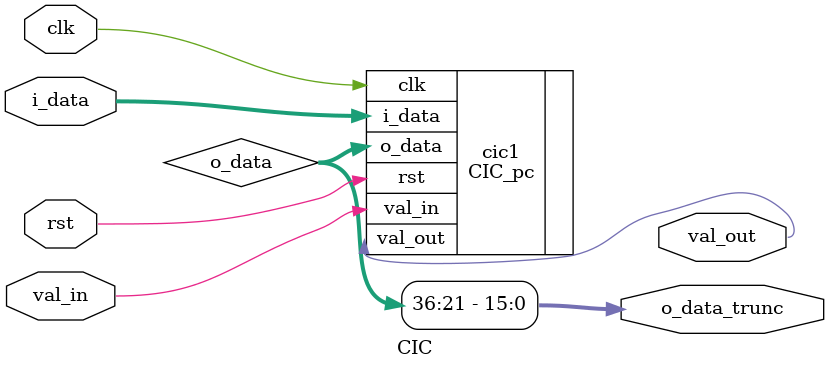
<source format=v>
module CIC
#(parameter Win=16, // Input length
  parameter Wg=22)  // Guard bits

  (input signed [Win-1:0] i_data,  		// Data input
   input clk,
   input rst,
   input val_in,  						// Validation input
   output val_out,						// Validation output
   output signed [15:0] o_data_trunc);	// Data output

   wire signed [Win+Wg-1:0] o_data;

   CIC_pc #(.Win(Win), .Wg(Wg)) cic1
    (.i_data(i_data), 
    .clk(clk), 
    .rst(rst), 
    .val_in(val_in), 
    .val_out(val_out), 
    .o_data(o_data));

   assign o_data_trunc = o_data [36:21];

endmodule
</source>
